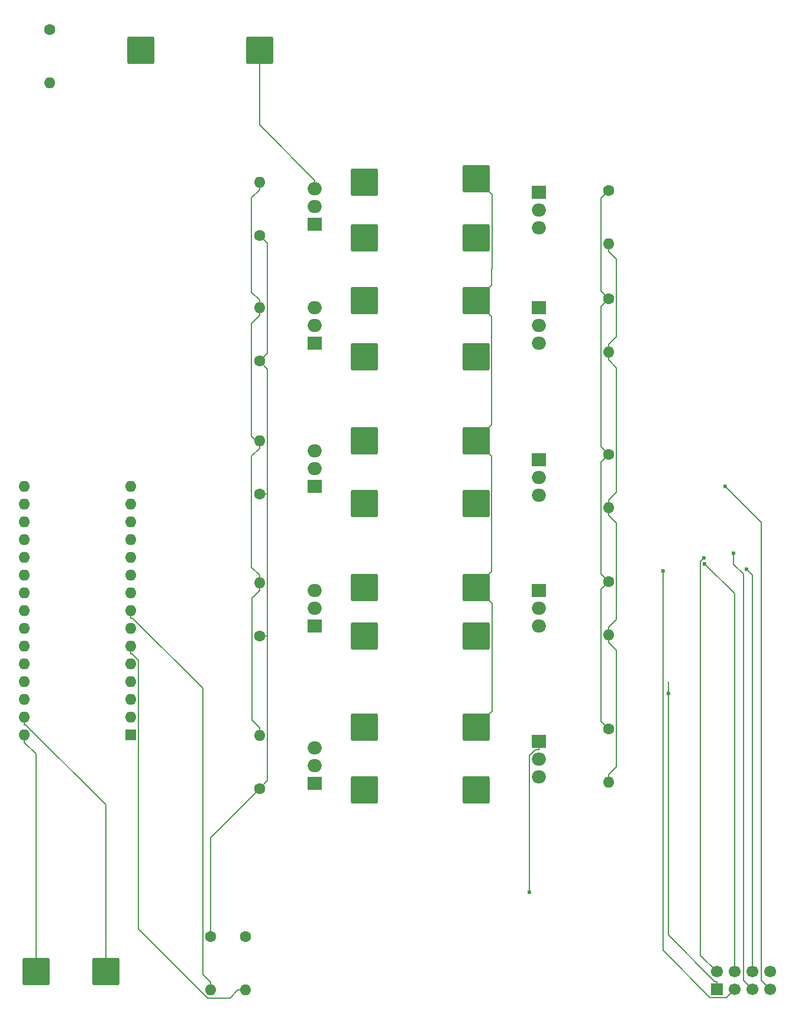
<source format=gtl>
G04 #@! TF.GenerationSoftware,KiCad,Pcbnew,9.0.1*
G04 #@! TF.CreationDate,2025-05-09T02:34:20+02:00*
G04 #@! TF.ProjectId,receiver_battery,72656365-6976-4657-925f-626174746572,rev?*
G04 #@! TF.SameCoordinates,Original*
G04 #@! TF.FileFunction,Copper,L1,Top*
G04 #@! TF.FilePolarity,Positive*
%FSLAX46Y46*%
G04 Gerber Fmt 4.6, Leading zero omitted, Abs format (unit mm)*
G04 Created by KiCad (PCBNEW 9.0.1) date 2025-05-09 02:34:20*
%MOMM*%
%LPD*%
G01*
G04 APERTURE LIST*
G04 Aperture macros list*
%AMRoundRect*
0 Rectangle with rounded corners*
0 $1 Rounding radius*
0 $2 $3 $4 $5 $6 $7 $8 $9 X,Y pos of 4 corners*
0 Add a 4 corners polygon primitive as box body*
4,1,4,$2,$3,$4,$5,$6,$7,$8,$9,$2,$3,0*
0 Add four circle primitives for the rounded corners*
1,1,$1+$1,$2,$3*
1,1,$1+$1,$4,$5*
1,1,$1+$1,$6,$7*
1,1,$1+$1,$8,$9*
0 Add four rect primitives between the rounded corners*
20,1,$1+$1,$2,$3,$4,$5,0*
20,1,$1+$1,$4,$5,$6,$7,0*
20,1,$1+$1,$6,$7,$8,$9,0*
20,1,$1+$1,$8,$9,$2,$3,0*%
G04 Aperture macros list end*
G04 #@! TA.AperFunction,ComponentPad*
%ADD10R,2.000000X1.905000*%
G04 #@! TD*
G04 #@! TA.AperFunction,ComponentPad*
%ADD11O,2.000000X1.905000*%
G04 #@! TD*
G04 #@! TA.AperFunction,ComponentPad*
%ADD12RoundRect,0.250002X-1.699998X1.699998X-1.699998X-1.699998X1.699998X-1.699998X1.699998X1.699998X0*%
G04 #@! TD*
G04 #@! TA.AperFunction,ComponentPad*
%ADD13C,1.600000*%
G04 #@! TD*
G04 #@! TA.AperFunction,ComponentPad*
%ADD14O,1.600000X1.600000*%
G04 #@! TD*
G04 #@! TA.AperFunction,ComponentPad*
%ADD15RoundRect,0.250002X-1.699998X-1.699998X1.699998X-1.699998X1.699998X1.699998X-1.699998X1.699998X0*%
G04 #@! TD*
G04 #@! TA.AperFunction,ComponentPad*
%ADD16RoundRect,0.250002X1.699998X-1.699998X1.699998X1.699998X-1.699998X1.699998X-1.699998X-1.699998X0*%
G04 #@! TD*
G04 #@! TA.AperFunction,ComponentPad*
%ADD17R,1.600000X1.600000*%
G04 #@! TD*
G04 #@! TA.AperFunction,ComponentPad*
%ADD18R,1.700000X1.700000*%
G04 #@! TD*
G04 #@! TA.AperFunction,ComponentPad*
%ADD19C,1.700000*%
G04 #@! TD*
G04 #@! TA.AperFunction,ViaPad*
%ADD20C,0.600000*%
G04 #@! TD*
G04 #@! TA.AperFunction,Conductor*
%ADD21C,0.200000*%
G04 #@! TD*
G04 APERTURE END LIST*
D10*
G04 #@! TO.P,NPN1_5,1,G*
G04 #@! TO.N,pwm1*
X102000000Y-150000000D03*
D11*
G04 #@! TO.P,NPN1_5,2,D*
G04 #@! TO.N,Net-(NPN1_5-D)*
X102000000Y-152540000D03*
G04 #@! TO.P,NPN1_5,3,S*
G04 #@! TO.N,GND_transformer*
X102000000Y-155080000D03*
G04 #@! TD*
D12*
G04 #@! TO.P,V-led1_4,1,Pin_1*
G04 #@! TO.N,Net-(NPN1_4-D)*
X93000000Y-135000000D03*
G04 #@! TD*
D10*
G04 #@! TO.P,NPN2_3,1,G*
G04 #@! TO.N,pwm2*
X69945000Y-113540000D03*
D11*
G04 #@! TO.P,NPN2_3,2,D*
G04 #@! TO.N,Net-(NPN2_3-D)*
X69945000Y-111000000D03*
G04 #@! TO.P,NPN2_3,3,S*
G04 #@! TO.N,GND_transformer*
X69945000Y-108460000D03*
G04 #@! TD*
D13*
G04 #@! TO.P,PullDown2_3,1*
G04 #@! TO.N,pwm2*
X62000000Y-114620000D03*
D14*
G04 #@! TO.P,PullDown2_3,2*
G04 #@! TO.N,GND_transformer*
X62000000Y-107000000D03*
G04 #@! TD*
D15*
G04 #@! TO.P,V+_transformer1,1,Pin_1*
G04 #@! TO.N,Net-(V+_transformer1-Pin_1)*
X45000000Y-51190000D03*
G04 #@! TD*
D13*
G04 #@! TO.P,PullDown1_3,1*
G04 #@! TO.N,pwm1*
X112000000Y-109000000D03*
D14*
G04 #@! TO.P,PullDown1_3,2*
G04 #@! TO.N,GND_transformer*
X112000000Y-116620000D03*
G04 #@! TD*
D13*
G04 #@! TO.P,R2,1*
G04 #@! TO.N,pwm1*
X60000000Y-178000000D03*
D14*
G04 #@! TO.P,R2,2*
G04 #@! TO.N,Net-(A1-D3)*
X60000000Y-185620000D03*
G04 #@! TD*
D16*
G04 #@! TO.P,V-led2_3,1,Pin_1*
G04 #@! TO.N,Net-(NPN2_3-D)*
X77000000Y-116000000D03*
G04 #@! TD*
D13*
G04 #@! TO.P,PullDown2_1,1*
G04 #@! TO.N,pwm2*
X62000000Y-77620000D03*
D14*
G04 #@! TO.P,PullDown2_1,2*
G04 #@! TO.N,GND_transformer*
X62000000Y-70000000D03*
G04 #@! TD*
D12*
G04 #@! TO.P,V-led1_3,1,Pin_1*
G04 #@! TO.N,Net-(NPN1_3-D)*
X93000000Y-116000000D03*
G04 #@! TD*
D16*
G04 #@! TO.P,V+led2_3,1,Pin_1*
G04 #@! TO.N,VCC*
X77000000Y-107000000D03*
G04 #@! TD*
G04 #@! TO.P,V+led2_1,1,Pin_1*
G04 #@! TO.N,VCC*
X77000000Y-70000000D03*
G04 #@! TD*
D10*
G04 #@! TO.P,NPN1_2,1,G*
G04 #@! TO.N,pwm1*
X102000000Y-88000000D03*
D11*
G04 #@! TO.P,NPN1_2,2,D*
G04 #@! TO.N,Net-(NPN1_2-D)*
X102000000Y-90540000D03*
G04 #@! TO.P,NPN1_2,3,S*
G04 #@! TO.N,GND_transformer*
X102000000Y-93080000D03*
G04 #@! TD*
D13*
G04 #@! TO.P,PullDown2_5,1*
G04 #@! TO.N,pwm2*
X62000000Y-156810000D03*
D14*
G04 #@! TO.P,PullDown2_5,2*
G04 #@! TO.N,GND_transformer*
X62000000Y-149190000D03*
G04 #@! TD*
D13*
G04 #@! TO.P,PullDown1_1,1*
G04 #@! TO.N,pwm1*
X112000000Y-71190000D03*
D14*
G04 #@! TO.P,PullDown1_1,2*
G04 #@! TO.N,GND_transformer*
X112000000Y-78810000D03*
G04 #@! TD*
D15*
G04 #@! TO.P,V-_transformer1,1,Pin_1*
G04 #@! TO.N,GND_transformer*
X62000000Y-51190000D03*
G04 #@! TD*
D10*
G04 #@! TO.P,NPN1_1,1,G*
G04 #@! TO.N,pwm1*
X102000000Y-71460000D03*
D11*
G04 #@! TO.P,NPN1_1,2,D*
G04 #@! TO.N,Net-(NPN1_1-D)*
X102000000Y-74000000D03*
G04 #@! TO.P,NPN1_1,3,S*
G04 #@! TO.N,GND_transformer*
X102000000Y-76540000D03*
G04 #@! TD*
D12*
G04 #@! TO.P,V+led1_2,1,Pin_1*
G04 #@! TO.N,VCC*
X93000000Y-87000000D03*
G04 #@! TD*
D10*
G04 #@! TO.P,NPN1_3,1,G*
G04 #@! TO.N,pwm1*
X102000000Y-109730000D03*
D11*
G04 #@! TO.P,NPN1_3,2,D*
G04 #@! TO.N,Net-(NPN1_3-D)*
X102000000Y-112270000D03*
G04 #@! TO.P,NPN1_3,3,S*
G04 #@! TO.N,GND_transformer*
X102000000Y-114810000D03*
G04 #@! TD*
D13*
G04 #@! TO.P,R3,1*
G04 #@! TO.N,pwm2*
X55000000Y-178000000D03*
D14*
G04 #@! TO.P,R3,2*
G04 #@! TO.N,Net-(A1-D5)*
X55000000Y-185620000D03*
G04 #@! TD*
D16*
G04 #@! TO.P,V-led2_1,1,Pin_1*
G04 #@! TO.N,Net-(NPN2_1-D)*
X77000000Y-78000000D03*
G04 #@! TD*
D13*
G04 #@! TO.P,PullDown1_5,1*
G04 #@! TO.N,pwm1*
X112000000Y-148270000D03*
D14*
G04 #@! TO.P,PullDown1_5,2*
G04 #@! TO.N,GND_transformer*
X112000000Y-155890000D03*
G04 #@! TD*
D12*
G04 #@! TO.P,V+led1_3,1,Pin_1*
G04 #@! TO.N,VCC*
X93000000Y-107000000D03*
G04 #@! TD*
D13*
G04 #@! TO.P,PullDown1_4,1*
G04 #@! TO.N,pwm1*
X112000000Y-127190000D03*
D14*
G04 #@! TO.P,PullDown1_4,2*
G04 #@! TO.N,GND_transformer*
X112000000Y-134810000D03*
G04 #@! TD*
D10*
G04 #@! TO.P,NPN2_4,1,G*
G04 #@! TO.N,pwm2*
X69945000Y-133540000D03*
D11*
G04 #@! TO.P,NPN2_4,2,D*
G04 #@! TO.N,Net-(NPN2_4-D)*
X69945000Y-131000000D03*
G04 #@! TO.P,NPN2_4,3,S*
G04 #@! TO.N,GND_transformer*
X69945000Y-128460000D03*
G04 #@! TD*
D12*
G04 #@! TO.P,V+led1_5,1,Pin_1*
G04 #@! TO.N,VCC*
X93000000Y-148000000D03*
G04 #@! TD*
D10*
G04 #@! TO.P,NPN1_4,1,G*
G04 #@! TO.N,pwm1*
X102000000Y-128460000D03*
D11*
G04 #@! TO.P,NPN1_4,2,D*
G04 #@! TO.N,Net-(NPN1_4-D)*
X102000000Y-131000000D03*
G04 #@! TO.P,NPN1_4,3,S*
G04 #@! TO.N,GND_transformer*
X102000000Y-133540000D03*
G04 #@! TD*
D15*
G04 #@! TO.P,V+_arduino1,1,Pin_1*
G04 #@! TO.N,Net-(A1-VIN)*
X30000000Y-183000000D03*
G04 #@! TD*
D16*
G04 #@! TO.P,V+led2_5,1,Pin_1*
G04 #@! TO.N,VCC*
X77000000Y-148000000D03*
G04 #@! TD*
G04 #@! TO.P,V-led2_5,1,Pin_1*
G04 #@! TO.N,Net-(NPN2_5-D)*
X77000000Y-157000000D03*
G04 #@! TD*
G04 #@! TO.P,V+led2_4,1,Pin_1*
G04 #@! TO.N,VCC*
X77000000Y-128000000D03*
G04 #@! TD*
D15*
G04 #@! TO.P,GND_arduino1,1,Pin_1*
G04 #@! TO.N,Net-(GND_arduino1-Pin_1)*
X40000000Y-183000000D03*
G04 #@! TD*
D12*
G04 #@! TO.P,V-led1_5,1,Pin_1*
G04 #@! TO.N,Net-(NPN1_5-D)*
X93000000Y-157000000D03*
G04 #@! TD*
G04 #@! TO.P,V+led1_1,1,Pin_1*
G04 #@! TO.N,VCC*
X93000000Y-69540000D03*
G04 #@! TD*
G04 #@! TO.P,V+led1_4,1,Pin_1*
G04 #@! TO.N,VCC*
X93000000Y-128000000D03*
G04 #@! TD*
D17*
G04 #@! TO.P,A1,1,D1/TX*
G04 #@! TO.N,unconnected-(A1-D1{slash}TX-Pad1)*
X43610000Y-149080000D03*
D14*
G04 #@! TO.P,A1,2,D0/RX*
G04 #@! TO.N,unconnected-(A1-D0{slash}RX-Pad2)*
X43610000Y-146540000D03*
G04 #@! TO.P,A1,3,~{RESET}*
G04 #@! TO.N,unconnected-(A1-~{RESET}-Pad3)*
X43610000Y-144000000D03*
G04 #@! TO.P,A1,4,GND*
G04 #@! TO.N,Net-(U1-GND)*
X43610000Y-141460000D03*
G04 #@! TO.P,A1,5,D2*
G04 #@! TO.N,unconnected-(A1-D2-Pad5)*
X43610000Y-138920000D03*
G04 #@! TO.P,A1,6,D3*
G04 #@! TO.N,Net-(A1-D3)*
X43610000Y-136380000D03*
G04 #@! TO.P,A1,7,D4*
G04 #@! TO.N,unconnected-(A1-D4-Pad7)*
X43610000Y-133840000D03*
G04 #@! TO.P,A1,8,D5*
G04 #@! TO.N,Net-(A1-D5)*
X43610000Y-131300000D03*
G04 #@! TO.P,A1,9,D6*
G04 #@! TO.N,unconnected-(A1-D6-Pad9)*
X43610000Y-128760000D03*
G04 #@! TO.P,A1,10,D7*
G04 #@! TO.N,Net-(A1-D7)*
X43610000Y-126220000D03*
G04 #@! TO.P,A1,11,D8*
G04 #@! TO.N,Net-(A1-D8)*
X43610000Y-123680000D03*
G04 #@! TO.P,A1,12,D9*
G04 #@! TO.N,unconnected-(A1-D9-Pad12)*
X43610000Y-121140000D03*
G04 #@! TO.P,A1,13,D10*
G04 #@! TO.N,unconnected-(A1-D10-Pad13)*
X43610000Y-118600000D03*
G04 #@! TO.P,A1,14,D11*
G04 #@! TO.N,Net-(A1-D11)*
X43610000Y-116060000D03*
G04 #@! TO.P,A1,15,D12*
G04 #@! TO.N,Net-(A1-D12)*
X43610000Y-113520000D03*
G04 #@! TO.P,A1,16,D13*
G04 #@! TO.N,Net-(A1-D13)*
X28370000Y-113520000D03*
G04 #@! TO.P,A1,17,3V3*
G04 #@! TO.N,Net-(A1-3V3)*
X28370000Y-116060000D03*
G04 #@! TO.P,A1,18,AREF*
G04 #@! TO.N,unconnected-(A1-AREF-Pad18)*
X28370000Y-118600000D03*
G04 #@! TO.P,A1,19,A0*
G04 #@! TO.N,unconnected-(A1-A0-Pad19)*
X28370000Y-121140000D03*
G04 #@! TO.P,A1,20,A1*
G04 #@! TO.N,unconnected-(A1-A1-Pad20)*
X28370000Y-123680000D03*
G04 #@! TO.P,A1,21,A2*
G04 #@! TO.N,unconnected-(A1-A2-Pad21)*
X28370000Y-126220000D03*
G04 #@! TO.P,A1,22,A3*
G04 #@! TO.N,unconnected-(A1-A3-Pad22)*
X28370000Y-128760000D03*
G04 #@! TO.P,A1,23,A4*
G04 #@! TO.N,unconnected-(A1-A4-Pad23)*
X28370000Y-131300000D03*
G04 #@! TO.P,A1,24,A5*
G04 #@! TO.N,unconnected-(A1-A5-Pad24)*
X28370000Y-133840000D03*
G04 #@! TO.P,A1,25,A6*
G04 #@! TO.N,unconnected-(A1-A6-Pad25)*
X28370000Y-136380000D03*
G04 #@! TO.P,A1,26,A7*
G04 #@! TO.N,unconnected-(A1-A7-Pad26)*
X28370000Y-138920000D03*
G04 #@! TO.P,A1,27,+5V*
G04 #@! TO.N,unconnected-(A1-+5V-Pad27)*
X28370000Y-141460000D03*
G04 #@! TO.P,A1,28,~{RESET}*
G04 #@! TO.N,unconnected-(A1-~{RESET}-Pad28)*
X28370000Y-144000000D03*
G04 #@! TO.P,A1,29,GND*
G04 #@! TO.N,Net-(GND_arduino1-Pin_1)*
X28370000Y-146540000D03*
G04 #@! TO.P,A1,30,VIN*
G04 #@! TO.N,Net-(A1-VIN)*
X28370000Y-149080000D03*
G04 #@! TD*
D16*
G04 #@! TO.P,V+led2_2,1,Pin_1*
G04 #@! TO.N,VCC*
X77000000Y-87000000D03*
G04 #@! TD*
G04 #@! TO.P,V-led2_4,1,Pin_1*
G04 #@! TO.N,Net-(NPN2_4-D)*
X77000000Y-135000000D03*
G04 #@! TD*
D12*
G04 #@! TO.P,V-led1_1,1,Pin_1*
G04 #@! TO.N,Net-(NPN1_1-D)*
X93000000Y-78000000D03*
G04 #@! TD*
D18*
G04 #@! TO.P,U1,1,GND*
G04 #@! TO.N,Net-(U1-GND)*
X127460000Y-185540000D03*
D19*
G04 #@! TO.P,U1,2,VCC*
G04 #@! TO.N,Net-(A1-3V3)*
X127460000Y-183000000D03*
G04 #@! TO.P,U1,3,CE*
G04 #@! TO.N,Net-(A1-D7)*
X130000000Y-185540000D03*
G04 #@! TO.P,U1,4,~{CSN}*
G04 #@! TO.N,Net-(A1-D8)*
X130000000Y-183000000D03*
G04 #@! TO.P,U1,5,SCK*
G04 #@! TO.N,Net-(A1-D13)*
X132540000Y-185540000D03*
G04 #@! TO.P,U1,6,MOSI*
G04 #@! TO.N,Net-(A1-D11)*
X132540000Y-183000000D03*
G04 #@! TO.P,U1,7,MISO*
G04 #@! TO.N,Net-(A1-D12)*
X135080000Y-185540000D03*
G04 #@! TO.P,U1,8,IRQ*
G04 #@! TO.N,unconnected-(U1-IRQ-Pad8)*
X135080000Y-183000000D03*
G04 #@! TD*
D13*
G04 #@! TO.P,PullDown1_2,1*
G04 #@! TO.N,pwm1*
X112000000Y-86730000D03*
D14*
G04 #@! TO.P,PullDown1_2,2*
G04 #@! TO.N,GND_transformer*
X112000000Y-94350000D03*
G04 #@! TD*
D10*
G04 #@! TO.P,NPN2_1,1,G*
G04 #@! TO.N,pwm2*
X69945000Y-76080000D03*
D11*
G04 #@! TO.P,NPN2_1,2,D*
G04 #@! TO.N,Net-(NPN2_1-D)*
X69945000Y-73540000D03*
G04 #@! TO.P,NPN2_1,3,S*
G04 #@! TO.N,GND_transformer*
X69945000Y-71000000D03*
G04 #@! TD*
D13*
G04 #@! TO.P,R1,1*
G04 #@! TO.N,Net-(V+_transformer1-Pin_1)*
X32000000Y-48190000D03*
D14*
G04 #@! TO.P,R1,2*
G04 #@! TO.N,VCC*
X32000000Y-55810000D03*
G04 #@! TD*
D10*
G04 #@! TO.P,NPN2_2,1,G*
G04 #@! TO.N,pwm2*
X69945000Y-93080000D03*
D11*
G04 #@! TO.P,NPN2_2,2,D*
G04 #@! TO.N,Net-(NPN2_2-D)*
X69945000Y-90540000D03*
G04 #@! TO.P,NPN2_2,3,S*
G04 #@! TO.N,GND_transformer*
X69945000Y-88000000D03*
G04 #@! TD*
D12*
G04 #@! TO.P,V-led1_2,1,Pin_1*
G04 #@! TO.N,Net-(NPN1_2-D)*
X93000000Y-95000000D03*
G04 #@! TD*
D10*
G04 #@! TO.P,NPN2_5,1,G*
G04 #@! TO.N,pwm2*
X69945000Y-156080000D03*
D11*
G04 #@! TO.P,NPN2_5,2,D*
G04 #@! TO.N,Net-(NPN2_5-D)*
X69945000Y-153540000D03*
G04 #@! TO.P,NPN2_5,3,S*
G04 #@! TO.N,GND_transformer*
X69945000Y-151000000D03*
G04 #@! TD*
D13*
G04 #@! TO.P,PullDown2_4,1*
G04 #@! TO.N,pwm2*
X62000000Y-135000000D03*
D14*
G04 #@! TO.P,PullDown2_4,2*
G04 #@! TO.N,GND_transformer*
X62000000Y-127380000D03*
G04 #@! TD*
D16*
G04 #@! TO.P,V-led2_2,1,Pin_1*
G04 #@! TO.N,Net-(NPN2_2-D)*
X77000000Y-95000000D03*
G04 #@! TD*
D13*
G04 #@! TO.P,PullDown2_2,1*
G04 #@! TO.N,pwm2*
X62000000Y-95620000D03*
D14*
G04 #@! TO.P,PullDown2_2,2*
G04 #@! TO.N,GND_transformer*
X62000000Y-88000000D03*
G04 #@! TD*
D20*
G04 #@! TO.N,Net-(A1-D12)*
X128688300Y-113551500D03*
G04 #@! TO.N,Net-(A1-3V3)*
X125614900Y-123784500D03*
G04 #@! TO.N,Net-(A1-D13)*
X129854100Y-123091200D03*
G04 #@! TO.N,Net-(A1-D11)*
X131668800Y-125413100D03*
G04 #@! TO.N,Net-(A1-D8)*
X125732400Y-124647900D03*
G04 #@! TO.N,pwm1*
X100638500Y-171634200D03*
G04 #@! TO.N,Net-(U1-GND)*
X120541900Y-143205500D03*
G04 #@! TO.N,Net-(A1-D7)*
X119746800Y-125687300D03*
G04 #@! TD*
D21*
G04 #@! TO.N,Net-(A1-D12)*
X133810000Y-118673200D02*
X133810000Y-184270000D01*
X133810000Y-184270000D02*
X135080000Y-185540000D01*
X128688300Y-113551500D02*
X133810000Y-118673200D01*
G04 #@! TO.N,Net-(A1-3V3)*
X125111900Y-124287500D02*
X125614900Y-123784500D01*
X127460000Y-183000000D02*
X125111900Y-180651900D01*
X125111900Y-180651900D02*
X125111900Y-124287500D01*
G04 #@! TO.N,pwm2*
X62000000Y-135000000D02*
X63151200Y-135000000D01*
X62000000Y-77620000D02*
X63101700Y-78721700D01*
X63151200Y-155658800D02*
X62000000Y-156810000D01*
X63101700Y-94518300D02*
X62000000Y-95620000D01*
X62000000Y-114620000D02*
X63151200Y-114620000D01*
X63151200Y-114620000D02*
X63151200Y-135000000D01*
X63151200Y-135000000D02*
X63151200Y-155658800D01*
X63151200Y-114620000D02*
X63151200Y-96771200D01*
X63101700Y-78721700D02*
X63101700Y-94518300D01*
X63151200Y-96771200D02*
X62000000Y-95620000D01*
X55000000Y-178000000D02*
X55000000Y-163810000D01*
X55000000Y-163810000D02*
X62000000Y-156810000D01*
G04 #@! TO.N,Net-(A1-D13)*
X132540000Y-185540000D02*
X131270000Y-184270000D01*
X131270000Y-184270000D02*
X131270000Y-126119100D01*
X129854100Y-124703200D02*
X129854100Y-123091200D01*
X131270000Y-126119100D02*
X129854100Y-124703200D01*
G04 #@! TO.N,Net-(A1-D11)*
X132540000Y-183000000D02*
X132540000Y-126284300D01*
X132540000Y-126284300D02*
X131668800Y-125413100D01*
G04 #@! TO.N,Net-(A1-D8)*
X130000000Y-128915500D02*
X125732400Y-124647900D01*
X130000000Y-183000000D02*
X130000000Y-128915500D01*
G04 #@! TO.N,Net-(A1-VIN)*
X28370000Y-149080000D02*
X28370000Y-150181700D01*
X30000000Y-151811700D02*
X28370000Y-150181700D01*
X30000000Y-183000000D02*
X30000000Y-151811700D01*
G04 #@! TO.N,pwm1*
X112000000Y-109000000D02*
X110898300Y-107898300D01*
X100638500Y-152067000D02*
X100638500Y-171634200D01*
X110886500Y-85616500D02*
X112000000Y-86730000D01*
X102000000Y-150000000D02*
X102000000Y-151254200D01*
X101451300Y-151254200D02*
X100638500Y-152067000D01*
X110898300Y-107898300D02*
X110898300Y-87831700D01*
X110898300Y-110101700D02*
X110898300Y-126088300D01*
X110898300Y-147168300D02*
X110898300Y-128291700D01*
X112000000Y-148270000D02*
X110898300Y-147168300D01*
X110898300Y-87831700D02*
X112000000Y-86730000D01*
X112000000Y-71190000D02*
X110886500Y-72303500D01*
X112000000Y-109000000D02*
X110898300Y-110101700D01*
X110898300Y-128291700D02*
X112000000Y-127190000D01*
X110886500Y-72303500D02*
X110886500Y-85616500D01*
X110898300Y-126088300D02*
X112000000Y-127190000D01*
X102000000Y-151254200D02*
X101451300Y-151254200D01*
G04 #@! TO.N,Net-(U1-GND)*
X120541900Y-141460000D02*
X120541900Y-143205500D01*
X127172100Y-184388300D02*
X127460000Y-184388300D01*
X127460000Y-185540000D02*
X127460000Y-184388300D01*
X120541900Y-177758100D02*
X127172100Y-184388300D01*
X120541900Y-143205500D02*
X120541900Y-141460000D01*
X120541900Y-143205500D02*
X120541900Y-177758100D01*
G04 #@! TO.N,Net-(GND_arduino1-Pin_1)*
X28370000Y-146540000D02*
X28370000Y-147641700D01*
X40000000Y-159134000D02*
X40000000Y-183000000D01*
X28507700Y-147641700D02*
X40000000Y-159134000D01*
X28370000Y-147641700D02*
X28507700Y-147641700D01*
G04 #@! TO.N,Net-(A1-D7)*
X126469900Y-186691700D02*
X119746800Y-179968600D01*
X130000000Y-185540000D02*
X128848300Y-186691700D01*
X128848300Y-186691700D02*
X126469900Y-186691700D01*
X119746800Y-179968600D02*
X119746800Y-125687300D01*
G04 #@! TO.N,GND_transformer*
X112000000Y-93799100D02*
X112000000Y-93248300D01*
X113121300Y-153667000D02*
X113121300Y-137033000D01*
X113113400Y-132594900D02*
X113113400Y-118835100D01*
X62000000Y-127380000D02*
X62000000Y-128481700D01*
X62000000Y-88000000D02*
X62000000Y-86898300D01*
X60829200Y-90272500D02*
X62000000Y-89101700D01*
X60873500Y-85771800D02*
X62000000Y-86898300D01*
X62000000Y-88000000D02*
X62000000Y-89101700D01*
X112000000Y-154788300D02*
X113121300Y-153667000D01*
X112000000Y-79911700D02*
X113118200Y-81029900D01*
X112000000Y-93799100D02*
X112000000Y-94350000D01*
X112000000Y-133708300D02*
X113113400Y-132594900D01*
X112000000Y-155890000D02*
X112000000Y-154788300D01*
X60873500Y-72228200D02*
X60873500Y-85771800D01*
X62000000Y-51190000D02*
X62000000Y-61800800D01*
X69945000Y-71000000D02*
X69945000Y-69745800D01*
X112000000Y-78810000D02*
X112000000Y-79911700D01*
X113118200Y-92130100D02*
X112000000Y-93248300D01*
X62000000Y-127380000D02*
X62000000Y-126278300D01*
X113121300Y-137033000D02*
X112000000Y-135911700D01*
X112000000Y-134810000D02*
X112000000Y-133708300D01*
X60860800Y-125139100D02*
X60860800Y-109240900D01*
X62000000Y-148088300D02*
X60891300Y-146979600D01*
X60891300Y-129590400D02*
X62000000Y-128481700D01*
X113123800Y-96575500D02*
X113123800Y-114394500D01*
X62000000Y-107550800D02*
X60829200Y-106380000D01*
X112000000Y-116620000D02*
X112000000Y-117721700D01*
X60891300Y-146979600D02*
X60891300Y-129590400D01*
X60860800Y-109240900D02*
X62000000Y-108101700D01*
X62000000Y-107000000D02*
X62000000Y-107550800D01*
X112000000Y-116620000D02*
X112000000Y-115518300D01*
X112000000Y-134810000D02*
X112000000Y-135911700D01*
X113118200Y-81029900D02*
X113118200Y-92130100D01*
X113113400Y-118835100D02*
X112000000Y-117721700D01*
X62000000Y-70000000D02*
X62000000Y-71101700D01*
X112000000Y-94350000D02*
X112000000Y-95451700D01*
X62000000Y-107550800D02*
X62000000Y-108101700D01*
X62000000Y-61800800D02*
X69945000Y-69745800D01*
X113123800Y-114394500D02*
X112000000Y-115518300D01*
X62000000Y-149190000D02*
X62000000Y-148088300D01*
X62000000Y-126278300D02*
X60860800Y-125139100D01*
X60829200Y-106380000D02*
X60829200Y-90272500D01*
X62000000Y-71101700D02*
X60873500Y-72228200D01*
X112000000Y-95451700D02*
X113123800Y-96575500D01*
G04 #@! TO.N,VCC*
X93000000Y-148000000D02*
X95300200Y-145699800D01*
X95251200Y-84748800D02*
X93000000Y-87000000D01*
X93000000Y-87000000D02*
X95259400Y-89259400D01*
X95261900Y-71801900D02*
X95261900Y-82394500D01*
X95252700Y-109252700D02*
X95252700Y-125747300D01*
X93000000Y-69540000D02*
X95261900Y-71801900D01*
X93000000Y-107000000D02*
X95252700Y-109252700D01*
X95300200Y-130300200D02*
X93000000Y-128000000D01*
X95259400Y-104740600D02*
X93000000Y-107000000D01*
X95252700Y-125747300D02*
X93000000Y-128000000D01*
X95261900Y-82394500D02*
X95251200Y-82405200D01*
X95300200Y-145699800D02*
X95300200Y-130300200D01*
X95251200Y-82405200D02*
X95251200Y-84748800D01*
X95259400Y-89259400D02*
X95259400Y-104740600D01*
G04 #@! TO.N,Net-(A1-D5)*
X43838300Y-132401700D02*
X43610000Y-132401700D01*
X55000000Y-185620000D02*
X55000000Y-184518300D01*
X53898300Y-183416600D02*
X53898300Y-142461700D01*
X55000000Y-184518300D02*
X53898300Y-183416600D01*
X53898300Y-142461700D02*
X43838300Y-132401700D01*
X43610000Y-131300000D02*
X43610000Y-132401700D01*
G04 #@! TO.N,Net-(A1-D3)*
X57762100Y-186756200D02*
X58898300Y-185620000D01*
X44711700Y-176906200D02*
X54561700Y-186756200D01*
X60000000Y-185620000D02*
X58898300Y-185620000D01*
X44711700Y-138445600D02*
X44711700Y-176906200D01*
X43747800Y-137481700D02*
X44711700Y-138445600D01*
X54561700Y-186756200D02*
X57762100Y-186756200D01*
X43610000Y-136380000D02*
X43610000Y-137481700D01*
X43610000Y-137481700D02*
X43747800Y-137481700D01*
G04 #@! TD*
M02*

</source>
